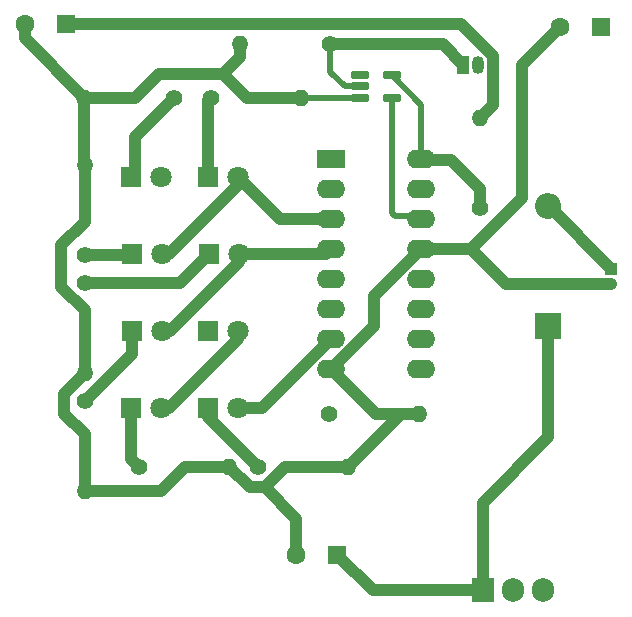
<source format=gbr>
%TF.GenerationSoftware,KiCad,Pcbnew,8.0.2*%
%TF.CreationDate,2026-02-07T14:26:07+01:00*%
%TF.ProjectId,konstantynopolitanczykowianeczka_zamieszkujaca_konstantynopol,6b6f6e73-7461-46e7-9479-6e6f706f6c69,1*%
%TF.SameCoordinates,Original*%
%TF.FileFunction,Copper,L1,Top*%
%TF.FilePolarity,Positive*%
%FSLAX46Y46*%
G04 Gerber Fmt 4.6, Leading zero omitted, Abs format (unit mm)*
G04 Created by KiCad (PCBNEW 8.0.2) date 2026-02-07 14:26:07*
%MOMM*%
%LPD*%
G01*
G04 APERTURE LIST*
G04 Aperture macros list*
%AMRoundRect*
0 Rectangle with rounded corners*
0 $1 Rounding radius*
0 $2 $3 $4 $5 $6 $7 $8 $9 X,Y pos of 4 corners*
0 Add a 4 corners polygon primitive as box body*
4,1,4,$2,$3,$4,$5,$6,$7,$8,$9,$2,$3,0*
0 Add four circle primitives for the rounded corners*
1,1,$1+$1,$2,$3*
1,1,$1+$1,$4,$5*
1,1,$1+$1,$6,$7*
1,1,$1+$1,$8,$9*
0 Add four rect primitives between the rounded corners*
20,1,$1+$1,$2,$3,$4,$5,0*
20,1,$1+$1,$4,$5,$6,$7,0*
20,1,$1+$1,$6,$7,$8,$9,0*
20,1,$1+$1,$8,$9,$2,$3,0*%
G04 Aperture macros list end*
%TA.AperFunction,ComponentPad*%
%ADD10R,2.200000X2.200000*%
%TD*%
%TA.AperFunction,ComponentPad*%
%ADD11O,2.200000X2.200000*%
%TD*%
%TA.AperFunction,SMDPad,CuDef*%
%ADD12RoundRect,0.162500X-0.617500X-0.162500X0.617500X-0.162500X0.617500X0.162500X-0.617500X0.162500X0*%
%TD*%
%TA.AperFunction,ComponentPad*%
%ADD13R,1.905000X2.000000*%
%TD*%
%TA.AperFunction,ComponentPad*%
%ADD14O,1.905000X2.000000*%
%TD*%
%TA.AperFunction,ComponentPad*%
%ADD15R,2.400000X1.600000*%
%TD*%
%TA.AperFunction,ComponentPad*%
%ADD16O,2.400000X1.600000*%
%TD*%
%TA.AperFunction,ComponentPad*%
%ADD17C,1.400000*%
%TD*%
%TA.AperFunction,ComponentPad*%
%ADD18O,1.400000X1.400000*%
%TD*%
%TA.AperFunction,ComponentPad*%
%ADD19R,1.050000X1.500000*%
%TD*%
%TA.AperFunction,ComponentPad*%
%ADD20O,1.050000X1.500000*%
%TD*%
%TA.AperFunction,ComponentPad*%
%ADD21R,1.000000X1.000000*%
%TD*%
%TA.AperFunction,ComponentPad*%
%ADD22O,1.000000X1.000000*%
%TD*%
%TA.AperFunction,ComponentPad*%
%ADD23R,1.800000X1.800000*%
%TD*%
%TA.AperFunction,ComponentPad*%
%ADD24C,1.800000*%
%TD*%
%TA.AperFunction,ComponentPad*%
%ADD25R,1.600000X1.600000*%
%TD*%
%TA.AperFunction,ComponentPad*%
%ADD26C,1.600000*%
%TD*%
%TA.AperFunction,Conductor*%
%ADD27C,1.000000*%
%TD*%
%TA.AperFunction,Conductor*%
%ADD28C,0.500000*%
%TD*%
G04 APERTURE END LIST*
D10*
%TO.P,D9,1,K*%
%TO.N,Net-(D9-K)*%
X119884968Y-76330000D03*
D11*
%TO.P,D9,2,A*%
%TO.N,Net-(D9-A)*%
X119884968Y-66170000D03*
%TD*%
D12*
%TO.P,U2,1,NC*%
%TO.N,unconnected-(U2-NC-Pad1)*%
X103934968Y-55100000D03*
%TO.P,U2,2*%
%TO.N,Net-(Q1-C)*%
X103934968Y-56050000D03*
%TO.P,U2,3,GND*%
%TO.N,Net-(J1-Pin_2)*%
X103934968Y-57000000D03*
%TO.P,U2,4*%
%TO.N,Net-(U1-CLK)*%
X106634968Y-57000000D03*
%TO.P,U2,5,VCC*%
%TO.N,Net-(U1-VDD)*%
X106634968Y-55100000D03*
%TD*%
D13*
%TO.P,U3,1,VI*%
%TO.N,Net-(D9-K)*%
X114344968Y-98730000D03*
D14*
%TO.P,U3,2,GND*%
%TO.N,Net-(J1-Pin_2)*%
X116884968Y-98730000D03*
%TO.P,U3,3,VO*%
%TO.N,Net-(U1-VDD)*%
X119424968Y-98730000D03*
%TD*%
D15*
%TO.P,U1,1,Q5*%
%TO.N,unconnected-(U1-Q5-Pad1)*%
X101514968Y-62170000D03*
D16*
%TO.P,U1,2,Q1*%
%TO.N,Net-(D5-A)*%
X101514968Y-64710000D03*
%TO.P,U1,3,Q0*%
%TO.N,Net-(D1-A)*%
X101514968Y-67250000D03*
%TO.P,U1,4,Q2*%
%TO.N,Net-(D3-A)*%
X101514968Y-69790000D03*
%TO.P,U1,5,Q6*%
%TO.N,unconnected-(U1-Q6-Pad5)*%
X101514968Y-72330000D03*
%TO.P,U1,6,Q7*%
%TO.N,unconnected-(U1-Q7-Pad6)*%
X101514968Y-74870000D03*
%TO.P,U1,7,Q3*%
%TO.N,Net-(D7-A)*%
X101514968Y-77410000D03*
%TO.P,U1,8,VSS*%
%TO.N,Net-(J1-Pin_2)*%
X101514968Y-79950000D03*
%TO.P,U1,9,Q8*%
%TO.N,unconnected-(U1-Q8-Pad9)*%
X109134968Y-79950000D03*
%TO.P,U1,10,Q4*%
%TO.N,Net-(U1-Q4)*%
X109134968Y-77410000D03*
%TO.P,U1,11,Q9*%
%TO.N,unconnected-(U1-Q9-Pad11)*%
X109134968Y-74870000D03*
%TO.P,U1,12,Cout*%
%TO.N,unconnected-(U1-Cout-Pad12)*%
X109134968Y-72330000D03*
%TO.P,U1,13,CKEN*%
%TO.N,Net-(J1-Pin_2)*%
X109134968Y-69790000D03*
%TO.P,U1,14,CLK*%
%TO.N,Net-(U1-CLK)*%
X109134968Y-67250000D03*
%TO.P,U1,15,Reset*%
%TO.N,Net-(U1-Q4)*%
X109134968Y-64710000D03*
%TO.P,U1,16,VDD*%
%TO.N,Net-(U1-VDD)*%
X109134968Y-62170000D03*
%TD*%
D17*
%TO.P,R10,1*%
%TO.N,Net-(D8-K)*%
X88194968Y-57000000D03*
D18*
%TO.P,R10,2*%
%TO.N,Net-(J1-Pin_2)*%
X80574968Y-57000000D03*
%TD*%
D17*
%TO.P,R9,1*%
%TO.N,Net-(D7-K)*%
X95324968Y-88250000D03*
D18*
%TO.P,R9,2*%
%TO.N,Net-(J1-Pin_2)*%
X102944968Y-88250000D03*
%TD*%
D17*
%TO.P,R8,1*%
%TO.N,Net-(D4-K)*%
X80634968Y-82690000D03*
D18*
%TO.P,R8,2*%
%TO.N,Net-(J1-Pin_2)*%
X80634968Y-90310000D03*
%TD*%
D17*
%TO.P,R7,1*%
%TO.N,Net-(D3-K)*%
X80634968Y-72690000D03*
D18*
%TO.P,R7,2*%
%TO.N,Net-(J1-Pin_2)*%
X80634968Y-80310000D03*
%TD*%
D17*
%TO.P,R6,1*%
%TO.N,Net-(D6-K)*%
X85264968Y-88250000D03*
D18*
%TO.P,R6,2*%
%TO.N,Net-(J1-Pin_2)*%
X92884968Y-88250000D03*
%TD*%
D17*
%TO.P,R5,1*%
%TO.N,Net-(D5-K)*%
X101324968Y-83750000D03*
D18*
%TO.P,R5,2*%
%TO.N,Net-(J1-Pin_2)*%
X108944968Y-83750000D03*
%TD*%
D17*
%TO.P,R4,1*%
%TO.N,Net-(D2-K)*%
X80634968Y-70310000D03*
D18*
%TO.P,R4,2*%
%TO.N,Net-(J1-Pin_2)*%
X80634968Y-62690000D03*
%TD*%
D17*
%TO.P,R3,1*%
%TO.N,Net-(D1-K)*%
X91324968Y-57000000D03*
D18*
%TO.P,R3,2*%
%TO.N,Net-(J1-Pin_2)*%
X98944968Y-57000000D03*
%TD*%
D17*
%TO.P,R2,1*%
%TO.N,Net-(Q1-C)*%
X101444968Y-52500000D03*
D18*
%TO.P,R2,2*%
%TO.N,Net-(J1-Pin_2)*%
X93824968Y-52500000D03*
%TD*%
D17*
%TO.P,R1,1*%
%TO.N,Net-(U1-VDD)*%
X114134968Y-66310000D03*
D18*
%TO.P,R1,2*%
%TO.N,Net-(Q1-E)*%
X114134968Y-58690000D03*
%TD*%
D19*
%TO.P,Q1,1,C*%
%TO.N,Net-(Q1-C)*%
X112684968Y-54200000D03*
D20*
%TO.P,Q1,2,B*%
%TO.N,unconnected-(Q1-B-Pad2)*%
X113954968Y-54200000D03*
%TO.P,Q1,3,E*%
%TO.N,Net-(Q1-E)*%
X115224968Y-54200000D03*
%TD*%
D21*
%TO.P,J1,1,Pin_1*%
%TO.N,Net-(D9-A)*%
X125209968Y-71475000D03*
D22*
%TO.P,J1,2,Pin_2*%
%TO.N,Net-(J1-Pin_2)*%
X125209968Y-72745000D03*
%TD*%
D23*
%TO.P,D8,1,K*%
%TO.N,Net-(D8-K)*%
X84594968Y-63750000D03*
D24*
%TO.P,D8,2,A*%
%TO.N,Net-(D7-A)*%
X87134968Y-63750000D03*
%TD*%
D23*
%TO.P,D7,1,K*%
%TO.N,Net-(D7-K)*%
X91109968Y-83250000D03*
D24*
%TO.P,D7,2,A*%
%TO.N,Net-(D7-A)*%
X93649968Y-83250000D03*
%TD*%
D23*
%TO.P,D6,1,K*%
%TO.N,Net-(D6-K)*%
X84594968Y-83250000D03*
D24*
%TO.P,D6,2,A*%
%TO.N,Net-(D5-A)*%
X87134968Y-83250000D03*
%TD*%
D23*
%TO.P,D5,1,K*%
%TO.N,Net-(D5-K)*%
X91109968Y-76750000D03*
D24*
%TO.P,D5,2,A*%
%TO.N,Net-(D5-A)*%
X93649968Y-76750000D03*
%TD*%
D23*
%TO.P,D4,1,K*%
%TO.N,Net-(D4-K)*%
X84609968Y-76750000D03*
D24*
%TO.P,D4,2,A*%
%TO.N,Net-(D3-A)*%
X87149968Y-76750000D03*
%TD*%
D23*
%TO.P,D3,1,K*%
%TO.N,Net-(D3-K)*%
X91134968Y-70250000D03*
D24*
%TO.P,D3,2,A*%
%TO.N,Net-(D3-A)*%
X93674968Y-70250000D03*
%TD*%
D23*
%TO.P,D2,1,K*%
%TO.N,Net-(D2-K)*%
X84609968Y-70250000D03*
D24*
%TO.P,D2,2,A*%
%TO.N,Net-(D1-A)*%
X87149968Y-70250000D03*
%TD*%
D23*
%TO.P,D1,1,K*%
%TO.N,Net-(D1-K)*%
X91094968Y-63750000D03*
D24*
%TO.P,D1,2,A*%
%TO.N,Net-(D1-A)*%
X93634968Y-63750000D03*
%TD*%
D25*
%TO.P,C3,1*%
%TO.N,Net-(D9-K)*%
X102037619Y-95750000D03*
D26*
%TO.P,C3,2*%
%TO.N,Net-(J1-Pin_2)*%
X98537619Y-95750000D03*
%TD*%
D25*
%TO.P,C2,1*%
%TO.N,Net-(U1-VDD)*%
X124384968Y-51000000D03*
D26*
%TO.P,C2,2*%
%TO.N,Net-(J1-Pin_2)*%
X120884968Y-51000000D03*
%TD*%
D25*
%TO.P,C1,1*%
%TO.N,Net-(Q1-E)*%
X79037619Y-50750000D03*
D26*
%TO.P,C1,2*%
%TO.N,Net-(J1-Pin_2)*%
X75537619Y-50750000D03*
%TD*%
D27*
%TO.N,Net-(D9-K)*%
X105017619Y-98730000D02*
X102037619Y-95750000D01*
X114344968Y-98730000D02*
X105017619Y-98730000D01*
X114344968Y-91290000D02*
X114344968Y-98730000D01*
X119884968Y-85750000D02*
X114344968Y-91290000D01*
X119884968Y-76330000D02*
X119884968Y-85750000D01*
%TO.N,Net-(J1-Pin_2)*%
X125209968Y-72745000D02*
X116299968Y-72745000D01*
X116299968Y-72745000D02*
X113344968Y-69790000D01*
%TO.N,Net-(D9-A)*%
X119904968Y-66170000D02*
X125209968Y-71475000D01*
X119884968Y-66170000D02*
X119904968Y-66170000D01*
%TO.N,Net-(J1-Pin_2)*%
X98537619Y-92652651D02*
X95884968Y-90000000D01*
X98537619Y-95750000D02*
X98537619Y-92652651D01*
X113344968Y-69790000D02*
X109134968Y-69790000D01*
X117634968Y-54250000D02*
X117634968Y-65500000D01*
X117634968Y-65500000D02*
X113344968Y-69790000D01*
X120884968Y-51000000D02*
X117634968Y-54250000D01*
X75537619Y-51962651D02*
X80574968Y-57000000D01*
X75537619Y-50750000D02*
X75537619Y-51962651D01*
%TO.N,Net-(Q1-E)*%
X115224968Y-53512588D02*
X115224968Y-54200000D01*
X112462380Y-50750000D02*
X115224968Y-53512588D01*
X79037619Y-50750000D02*
X112462380Y-50750000D01*
%TO.N,Net-(U1-VDD)*%
X109214968Y-62250000D02*
X109134968Y-62170000D01*
X111634968Y-62250000D02*
X109214968Y-62250000D01*
X114134968Y-64750000D02*
X111634968Y-62250000D01*
X114134968Y-66310000D02*
X114134968Y-64750000D01*
%TO.N,Net-(Q1-E)*%
X115224968Y-57600000D02*
X114134968Y-58690000D01*
X115224968Y-54200000D02*
X115224968Y-57600000D01*
%TO.N,Net-(Q1-C)*%
X110984968Y-52500000D02*
X101444968Y-52500000D01*
X112684968Y-54200000D02*
X110984968Y-52500000D01*
%TO.N,Net-(J1-Pin_2)*%
X93824968Y-53560000D02*
X92384968Y-55000000D01*
X93824968Y-52500000D02*
X93824968Y-53560000D01*
D28*
%TO.N,Net-(U1-VDD)*%
X109134968Y-57600000D02*
X109134968Y-62170000D01*
X106634968Y-55100000D02*
X109134968Y-57600000D01*
%TO.N,Net-(U1-CLK)*%
X108884968Y-67000000D02*
X109134968Y-67250000D01*
X106634968Y-66750000D02*
X106884968Y-67000000D01*
X106884968Y-67000000D02*
X108884968Y-67000000D01*
X106634968Y-57000000D02*
X106634968Y-66750000D01*
%TO.N,Net-(Q1-C)*%
X102684968Y-56050000D02*
X103934968Y-56050000D01*
X101444968Y-54810000D02*
X102684968Y-56050000D01*
X101444968Y-52500000D02*
X101444968Y-54810000D01*
%TO.N,Net-(J1-Pin_2)*%
X103934968Y-57000000D02*
X98944968Y-57000000D01*
D27*
X105314968Y-83750000D02*
X101514968Y-79950000D01*
X108944968Y-83750000D02*
X105314968Y-83750000D01*
X107384968Y-83750000D02*
X108944968Y-83750000D01*
X107384968Y-83810000D02*
X107384968Y-83750000D01*
X102944968Y-88250000D02*
X107384968Y-83810000D01*
X97634968Y-88250000D02*
X102944968Y-88250000D01*
X94634968Y-90000000D02*
X95884968Y-90000000D01*
X95884968Y-90000000D02*
X97634968Y-88250000D01*
X92884968Y-88250000D02*
X94634968Y-90000000D01*
X89134968Y-88250000D02*
X92884968Y-88250000D01*
X87074968Y-90310000D02*
X89134968Y-88250000D01*
X80634968Y-90310000D02*
X87074968Y-90310000D01*
X78884968Y-83750000D02*
X80634968Y-85500000D01*
X80634968Y-85500000D02*
X80634968Y-90310000D01*
X78884968Y-82060000D02*
X78884968Y-83750000D01*
X80634968Y-80310000D02*
X78884968Y-82060000D01*
X78634968Y-69500000D02*
X78634968Y-73000000D01*
X80634968Y-75000000D02*
X80634968Y-80310000D01*
X80634968Y-67500000D02*
X78634968Y-69500000D01*
X78634968Y-73000000D02*
X80634968Y-75000000D01*
X80634968Y-62690000D02*
X80634968Y-67500000D01*
X94384968Y-57000000D02*
X98944968Y-57000000D01*
X92384968Y-55000000D02*
X94384968Y-57000000D01*
X84884968Y-57000000D02*
X86884968Y-55000000D01*
X86884968Y-55000000D02*
X92384968Y-55000000D01*
X80574968Y-57000000D02*
X84884968Y-57000000D01*
X80574968Y-62630000D02*
X80634968Y-62690000D01*
X80574968Y-57000000D02*
X80574968Y-62630000D01*
%TO.N,Net-(D8-K)*%
X84884968Y-63460000D02*
X84594968Y-63750000D01*
X84884968Y-60310000D02*
X84884968Y-63460000D01*
X88194968Y-57000000D02*
X84884968Y-60310000D01*
%TO.N,Net-(D7-K)*%
X91109968Y-83250000D02*
X91109968Y-84035000D01*
X91109968Y-84035000D02*
X95324968Y-88250000D01*
%TO.N,Net-(D4-K)*%
X84609968Y-78715000D02*
X84609968Y-76750000D01*
X80634968Y-82690000D02*
X84609968Y-78715000D01*
%TO.N,Net-(D3-K)*%
X80634968Y-72690000D02*
X88694968Y-72690000D01*
X88694968Y-72690000D02*
X91134968Y-70250000D01*
%TO.N,Net-(D6-K)*%
X84594968Y-87580000D02*
X85264968Y-88250000D01*
X84594968Y-83250000D02*
X84594968Y-87580000D01*
%TO.N,Net-(D2-K)*%
X84549968Y-70310000D02*
X84609968Y-70250000D01*
X80634968Y-70310000D02*
X84549968Y-70310000D01*
%TO.N,Net-(D1-K)*%
X91094968Y-57230000D02*
X91324968Y-57000000D01*
X91094968Y-63750000D02*
X91094968Y-57230000D01*
%TO.N,Net-(D7-A)*%
X95674968Y-83250000D02*
X101514968Y-77410000D01*
X93649968Y-83250000D02*
X95674968Y-83250000D01*
%TO.N,Net-(D5-A)*%
X87809968Y-83250000D02*
X87134968Y-83250000D01*
X93649968Y-77410000D02*
X87809968Y-83250000D01*
X93649968Y-76750000D02*
X93649968Y-77410000D01*
%TO.N,Net-(D3-A)*%
X87834968Y-76750000D02*
X87149968Y-76750000D01*
X93674968Y-70910000D02*
X87834968Y-76750000D01*
X93674968Y-70250000D02*
X93674968Y-70910000D01*
X101054968Y-70250000D02*
X101514968Y-69790000D01*
X93674968Y-70250000D02*
X101054968Y-70250000D01*
%TO.N,Net-(D1-A)*%
X87794968Y-70250000D02*
X87149968Y-70250000D01*
X93634968Y-64410000D02*
X87794968Y-70250000D01*
X93634968Y-63750000D02*
X93634968Y-64410000D01*
X97134968Y-67250000D02*
X101514968Y-67250000D01*
X93634968Y-63750000D02*
X97134968Y-67250000D01*
%TO.N,Net-(J1-Pin_2)*%
X105134968Y-73790000D02*
X109134968Y-69790000D01*
X105134968Y-76330000D02*
X105134968Y-73790000D01*
X101514968Y-79950000D02*
X105134968Y-76330000D01*
%TD*%
M02*

</source>
